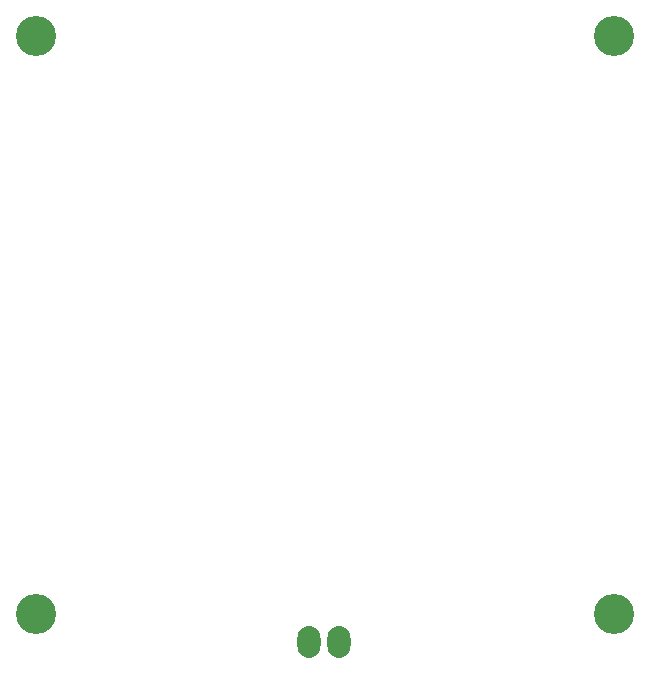
<source format=gbr>
%TF.GenerationSoftware,Altium Limited,Altium Designer,21.4.1 (30)*%
G04 Layer_Color=16711935*
%FSLAX42Y42*%
%MOMM*%
%TF.SameCoordinates,A5F8CCB8-1AD9-4863-A32E-EE0D6D21C85A*%
%TF.FilePolarity,Negative*%
%TF.FileFunction,Soldermask,Bot*%
%TF.Part,Single*%
G01*
G75*
%TA.AperFunction,ComponentPad*%
%ADD53O,1.95X2.70*%
%TA.AperFunction,ViaPad*%
%ADD54C,3.40*%
D53*
X117Y-2683D02*
D03*
X-137D02*
D03*
D54*
X-2450Y2450D02*
D03*
X2450D02*
D03*
Y-2450D02*
D03*
X-2450D02*
D03*
%TF.MD5,ae745eaec6477ea0730cb7d454af25e2*%
M02*

</source>
